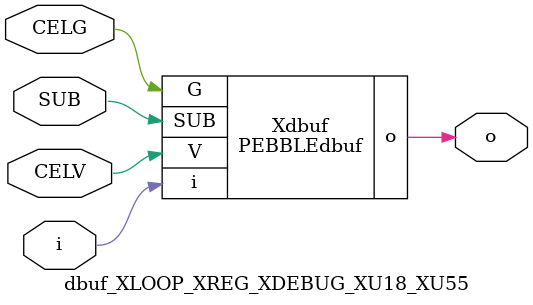
<source format=v>



module PEBBLEdbuf ( o, G, SUB, V, i );

  input V;
  input i;
  input G;
  output o;
  input SUB;
endmodule

//Celera Confidential Do Not Copy dbuf_XLOOP_XREG_XDEBUG_XU18_XU55
//Celera Confidential Symbol Generator
//Digital Buffer
module dbuf_XLOOP_XREG_XDEBUG_XU18_XU55 (CELV,CELG,i,o,SUB);
input CELV;
input CELG;
input i;
input SUB;
output o;

//Celera Confidential Do Not Copy dbuf
PEBBLEdbuf Xdbuf(
.V (CELV),
.i (i),
.o (o),
.SUB (SUB),
.G (CELG)
);
//,diesize,PEBBLEdbuf

//Celera Confidential Do Not Copy Module End
//Celera Schematic Generator
endmodule

</source>
